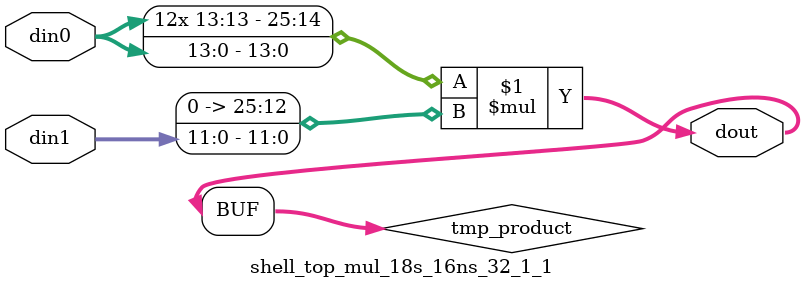
<source format=v>

`timescale 1 ns / 1 ps

  module shell_top_mul_18s_16ns_32_1_1(din0, din1, dout);
parameter ID = 1;
parameter NUM_STAGE = 0;
parameter din0_WIDTH = 14;
parameter din1_WIDTH = 12;
parameter dout_WIDTH = 26;

input [din0_WIDTH - 1 : 0] din0; 
input [din1_WIDTH - 1 : 0] din1; 
output [dout_WIDTH - 1 : 0] dout;

wire signed [dout_WIDTH - 1 : 0] tmp_product;












assign tmp_product = $signed(din0) * $signed({1'b0, din1});









assign dout = tmp_product;







endmodule

</source>
